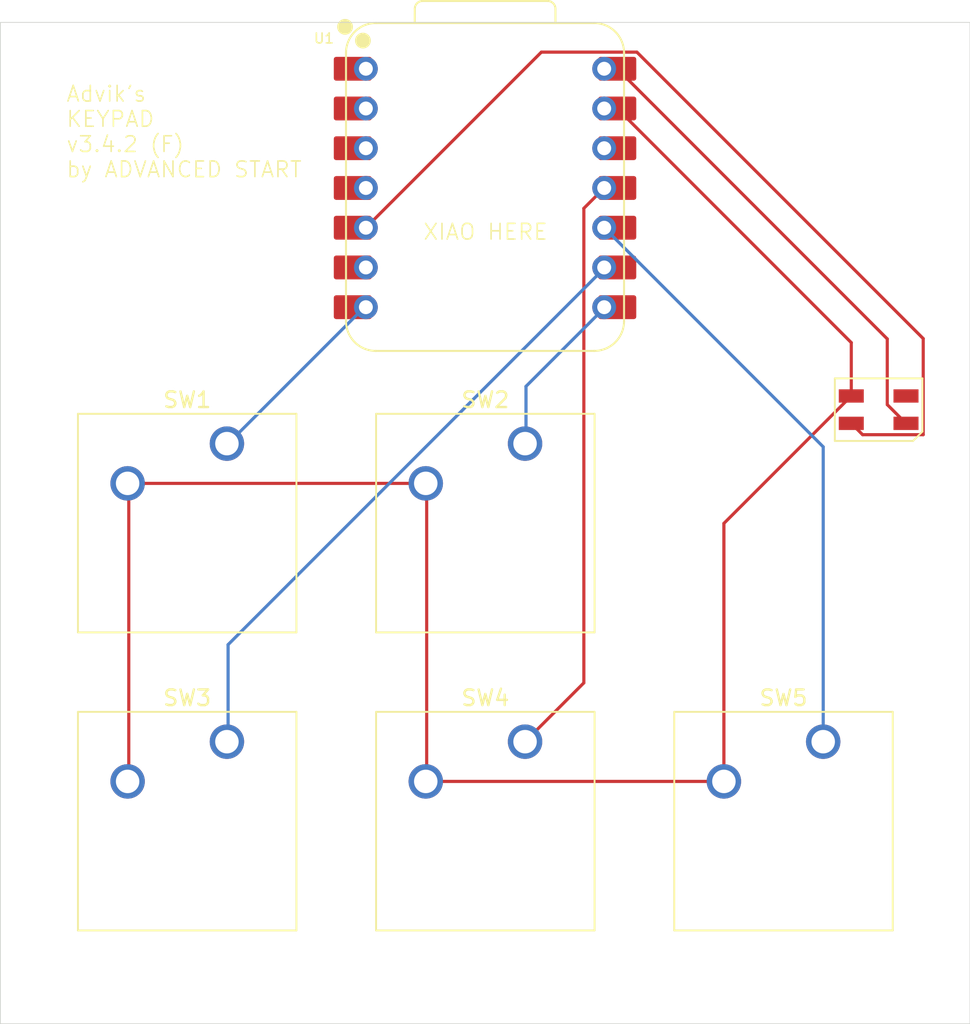
<source format=kicad_pcb>
(kicad_pcb (version 20241229) (generator "pcbnew") (generator_version "9.0")
  (layers (0 "F.Cu" signal) (2 "B.Cu" signal) (13 "F.Paste" user) (15 "B.Paste" user) (5 "F.SilkS" user "F.Silkscreen") (7 "B.SilkS" user "B.Silkscreen") (1 "F.Mask" user) (3 "B.Mask" user) (25 "Edge.Cuts" user))
  (net 0 "")
  (net 1 "GND")
  (net 2 "+5V")
  (net 4 "Net-(D1-DIN)")
  (net 5 "Net-(U1-GPIO0{slash}TX)")
  (net 6 "Net-(U1-GPIO1{slash}RX)")
  (net 7 "Net-(U1-GPIO2{slash}SCK)")
  (net 8 "Net-(U1-GPIO3{slash}MOSI)")
  (net 9 "Net-(U1-GPIO4{slash}MISO)")
  (footprint "OPL_Kicad_Library-master:XIAO-RP2040-DIP" (layer "F.Cu") (at 147.88 64.78)
    (property "Reference" "U1" (at -10.3 -9.56 0) (layer "F.SilkS") (effects (font (size 0.635 0.635) (thickness 0.1016))))
    (property "Value" "XIAO-RP2040-DIP")
    (fp_line (start -8.89 8.509) (end -8.89 -8.636) (stroke (width 0.127)) (layer "F.SilkS"))
    (fp_line (start -6.985 10.414) (end 6.985 10.414) (stroke (width 0.127)) (layer "F.SilkS"))
    (fp_line (start -4.495 -10.541) (end -4.491272 -11.451272) (stroke (width 0.127)) (layer "F.SilkS"))
    (fp_line (start -3.991272 -11.951) (end 4.004 -11.951) (stroke (width 0.127)) (layer "F.SilkS"))
    (fp_line (start 4.504 -11.451) (end 4.504 -10.541) (stroke (width 0.127)) (layer "F.SilkS"))
    (fp_line (start 6.985 -10.541) (end -6.985 -10.541) (stroke (width 0.1)) (layer "F.SilkS"))
    (fp_line (start 6.985 -10.541) (end -6.985 -10.541) (stroke (width 0.127)) (layer "F.SilkS"))
    (fp_line (start 8.89 8.509) (end 8.89 -8.636) (stroke (width 0.127)) (layer "F.SilkS"))
    (fp_arc (start -8.89 -8.636) (mid -8.332038 -9.983038) (end -6.985 -10.541) (stroke (width 0.127)) (layer "F.SilkS"))
    (fp_arc (start -6.985 10.414) (mid -8.332038 9.856038) (end -8.89 8.509) (stroke (width 0.127)) (layer "F.SilkS"))
    (fp_arc (start -4.491272 -11.451272) (mid -4.344728 -11.80464) (end -3.991272 -11.951) (stroke (width 0.127)) (layer "F.SilkS"))
    (fp_arc (start 4.004 -11.951) (mid 4.357553 -11.804553) (end 4.504 -11.451) (stroke (width 0.127)) (layer "F.SilkS"))
    (fp_arc (start 6.985 -10.541) (mid 8.332038 -9.983038) (end 8.89 -8.636) (stroke (width 0.127)) (layer "F.SilkS"))
    (fp_arc (start 8.89 8.509) (mid 8.332038 9.856038) (end 6.985 10.414) (stroke (width 0.127)) (layer "F.SilkS"))
    (fp_circle (center -8.95 -10.3) (end -8.95 -10.554) (stroke (width 0.5)) (fill yes) (layer "F.SilkS"))
    (fp_circle (center -7.807 -9.42) (end -7.807 -9.674) (stroke (width 0.5)) (fill yes) (layer "F.SilkS"))
    (pad "1" smd roundrect (at -8.455 -7.62 180) (size 2.432 1.524) (layers "F.Cu" "F.Mask") (roundrect_rratio 0.1))
    (pad "1" thru_hole circle (at -7.62 -7.62 180) (size 1.524 1.524) (drill 0.889) (layers "*.Cu" "*.Mask"))
    (pad "2" smd roundrect (at -8.455 -5.08 180) (size 2.432 1.524) (layers "F.Cu" "F.Mask") (roundrect_rratio 0.1))
    (pad "2" thru_hole circle (at -7.62 -5.08 180) (size 1.524 1.524) (drill 0.889) (layers "*.Cu" "*.Mask"))
    (pad "3" smd roundrect (at -8.455 -2.54 180) (size 2.432 1.524) (layers "F.Cu" "F.Mask") (roundrect_rratio 0.1))
    (pad "3" thru_hole circle (at -7.62 -2.54 180) (size 1.524 1.524) (drill 0.889) (layers "*.Cu" "*.Mask"))
    (pad "4" smd roundrect (at -8.455 0 180) (size 2.432 1.524) (layers "F.Cu" "F.Mask") (roundrect_rratio 0.1))
    (pad "4" thru_hole circle (at -7.62 0 180) (size 1.524 1.524) (drill 0.889) (layers "*.Cu" "*.Mask"))
    (pad "5" smd roundrect (at -8.455 2.54 180) (size 2.432 1.524) (layers "F.Cu" "F.Mask") (roundrect_rratio 0.1) (net 4 "Net-(D1-DIN)"))
    (pad "5" thru_hole circle (at -7.62 2.54 180) (size 1.524 1.524) (drill 0.889) (layers "*.Cu" "*.Mask") (net 4 "Net-(D1-DIN)"))
    (pad "6" smd roundrect (at -8.455 5.08 180) (size 2.432 1.524) (layers "F.Cu" "F.Mask") (roundrect_rratio 0.1))
    (pad "6" thru_hole circle (at -7.62 5.08 180) (size 1.524 1.524) (drill 0.889) (layers "*.Cu" "*.Mask"))
    (pad "7" smd roundrect (at -8.455 7.62 180) (size 2.432 1.524) (layers "F.Cu" "F.Mask") (roundrect_rratio 0.1) (net 5 "Net-(U1-GPIO0{slash}TX)"))
    (pad "7" thru_hole circle (at -7.62 7.62 180) (size 1.524 1.524) (drill 0.889) (layers "*.Cu" "*.Mask") (net 5 "Net-(U1-GPIO0{slash}TX)"))
    (pad "8" thru_hole circle (at 7.62 7.62) (size 1.524 1.524) (drill 0.889) (layers "*.Cu" "*.Mask") (net 6 "Net-(U1-GPIO1{slash}RX)"))
    (pad "8" smd roundrect (at 8.455 7.62) (size 2.432 1.524) (layers "F.Cu" "F.Mask") (roundrect_rratio 0.1) (net 6 "Net-(U1-GPIO1{slash}RX)"))
    (pad "9" thru_hole circle (at 7.62 5.08) (size 1.524 1.524) (drill 0.889) (layers "*.Cu" "*.Mask") (net 7 "Net-(U1-GPIO2{slash}SCK)"))
    (pad "9" smd roundrect (at 8.455 5.08) (size 2.432 1.524) (layers "F.Cu" "F.Mask") (roundrect_rratio 0.1) (net 7 "Net-(U1-GPIO2{slash}SCK)"))
    (pad "10" thru_hole circle (at 7.62 2.54) (size 1.524 1.524) (drill 0.889) (layers "*.Cu" "*.Mask") (net 9 "Net-(U1-GPIO4{slash}MISO)"))
    (pad "10" smd roundrect (at 8.455 2.54) (size 2.432 1.524) (layers "F.Cu" "F.Mask") (roundrect_rratio 0.1) (net 9 "Net-(U1-GPIO4{slash}MISO)"))
    (pad "11" thru_hole circle (at 7.62 0) (size 1.524 1.524) (drill 0.889) (layers "*.Cu" "*.Mask") (net 8 "Net-(U1-GPIO3{slash}MOSI)"))
    (pad "11" smd roundrect (at 8.455 0) (size 2.432 1.524) (layers "F.Cu" "F.Mask") (roundrect_rratio 0.1) (net 8 "Net-(U1-GPIO3{slash}MOSI)"))
    (pad "12" thru_hole circle (at 7.62 -2.54) (size 1.524 1.524) (drill 0.889) (layers "*.Cu" "*.Mask"))
    (pad "12" smd roundrect (at 8.455 -2.54) (size 2.432 1.524) (layers "F.Cu" "F.Mask") (roundrect_rratio 0.1))
    (pad "13" thru_hole circle (at 7.62 -5.08) (size 1.524 1.524) (drill 0.889) (layers "*.Cu" "*.Mask") (net 1 "GND"))
    (pad "13" smd roundrect (at 8.455 -5.08) (size 2.432 1.524) (layers "F.Cu" "F.Mask") (roundrect_rratio 0.1) (net 1 "GND"))
    (pad "14" thru_hole circle (at 7.62 -7.62) (size 1.524 1.524) (drill 0.889) (layers "*.Cu" "*.Mask") (net 2 "+5V"))
    (pad "14" smd roundrect (at 8.455 -7.62) (size 2.432 1.524) (layers "F.Cu" "F.Mask") (roundrect_rratio 0.1) (net 2 "+5V"))
  )
  (footprint "LED_SMD:LED_SK6812MINI_PLCC4_3.5x3.5mm_P1.75mm" (layer "F.Cu") (at 173.049 78.949)
    (property "Reference" "D1" (hide yes))
    (property "Value" "SK6812")
    (fp_line (start -2.8 -2) (end -2.8 2) (stroke (width 0.12)) (layer "F.SilkS"))
    (fp_line (start -2.8 -2) (end 2.8 -2) (stroke (width 0.12)) (layer "F.SilkS"))
    (fp_line (start -2.8 2) (end 2.2 2) (stroke (width 0.12)) (layer "F.SilkS"))
    (fp_line (start 2.8 1.4) (end 2.2 2) (stroke (width 0.12)) (layer "F.SilkS"))
    (fp_line (start 2.8 1.4) (end 2.8 -2) (stroke (width 0.12)) (layer "F.SilkS"))
    (pad "1" smd rect (at -1.75 -0.875) (size 1.6 0.85) (layers "F.Cu" "F.Mask" "F.Paste") (net 1 "GND"))
    (pad "2" smd rect (at -1.75 0.875) (size 1.6 0.85) (layers "F.Cu" "F.Mask" "F.Paste") (net 4 "Net-(D1-DIN)"))
    (pad "3" smd rect (at 1.75 0.875) (size 1.6 0.85) (layers "F.Cu" "F.Mask" "F.Paste") (net 2 "+5V"))
    (pad "4" smd rect (at 1.75 -0.875) (size 1.6 0.85) (layers "F.Cu" "F.Mask" "F.Paste"))
  )
  (footprint "Button_Switch_Keyboard:SW_Cherry_MX_1.00u_PCB" (layer "F.Cu") (at 150.44 81.12)
    (property "Reference" "SW2" (at -2.54 -2.794 0) (layer "F.SilkS"))
    (property "Value" "SW_Push")
    (fp_line (start -9.525 -1.905) (end 4.445 -1.905) (stroke (width 0.12)) (layer "F.SilkS"))
    (fp_line (start -9.525 12.065) (end -9.525 -1.905) (stroke (width 0.12)) (layer "F.SilkS"))
    (fp_line (start 4.445 -1.905) (end 4.445 12.065) (stroke (width 0.12)) (layer "F.SilkS"))
    (fp_line (start 4.445 12.065) (end -9.525 12.065) (stroke (width 0.12)) (layer "F.SilkS"))
    (pad "" np_thru_hole circle (at -7.62 5.08) (size 1.7 1.7) (drill 1.7) (layers "*.Cu" "*.Mask"))
    (pad "" np_thru_hole circle (at -2.54 5.08) (size 4 4) (drill 4) (layers "*.Cu" "*.Mask"))
    (pad "" np_thru_hole circle (at 2.54 5.08) (size 1.7 1.7) (drill 1.7) (layers "*.Cu" "*.Mask"))
    (pad "1" thru_hole circle (at 0 0) (size 2.2 2.2) (drill 1.5) (layers "*.Cu" "*.Mask") (net 6 "Net-(U1-GPIO1{slash}RX)"))
    (pad "2" thru_hole circle (at -6.35 2.54) (size 2.2 2.2) (drill 1.5) (layers "*.Cu" "*.Mask") (net 1 "GND"))
  )
  (footprint "Button_Switch_Keyboard:SW_Cherry_MX_1.00u_PCB" (layer "F.Cu") (at 150.44 100.17)
    (property "Reference" "SW4" (at -2.54 -2.794 0) (layer "F.SilkS"))
    (property "Value" "SW_Push")
    (fp_line (start -9.525 -1.905) (end 4.445 -1.905) (stroke (width 0.12)) (layer "F.SilkS"))
    (fp_line (start -9.525 12.065) (end -9.525 -1.905) (stroke (width 0.12)) (layer "F.SilkS"))
    (fp_line (start 4.445 -1.905) (end 4.445 12.065) (stroke (width 0.12)) (layer "F.SilkS"))
    (fp_line (start 4.445 12.065) (end -9.525 12.065) (stroke (width 0.12)) (layer "F.SilkS"))
    (pad "" np_thru_hole circle (at -7.62 5.08) (size 1.7 1.7) (drill 1.7) (layers "*.Cu" "*.Mask"))
    (pad "" np_thru_hole circle (at -2.54 5.08) (size 4 4) (drill 4) (layers "*.Cu" "*.Mask"))
    (pad "" np_thru_hole circle (at 2.54 5.08) (size 1.7 1.7) (drill 1.7) (layers "*.Cu" "*.Mask"))
    (pad "1" thru_hole circle (at 0 0) (size 2.2 2.2) (drill 1.5) (layers "*.Cu" "*.Mask") (net 8 "Net-(U1-GPIO3{slash}MOSI)"))
    (pad "2" thru_hole circle (at -6.35 2.54) (size 2.2 2.2) (drill 1.5) (layers "*.Cu" "*.Mask") (net 1 "GND"))
  )
  (footprint "Button_Switch_Keyboard:SW_Cherry_MX_1.00u_PCB" (layer "F.Cu") (at 169.505 100.17)
    (property "Reference" "SW5" (at -2.54 -2.794 0) (layer "F.SilkS"))
    (property "Value" "SW_Push")
    (fp_line (start -9.525 -1.905) (end 4.445 -1.905) (stroke (width 0.12)) (layer "F.SilkS"))
    (fp_line (start -9.525 12.065) (end -9.525 -1.905) (stroke (width 0.12)) (layer "F.SilkS"))
    (fp_line (start 4.445 -1.905) (end 4.445 12.065) (stroke (width 0.12)) (layer "F.SilkS"))
    (fp_line (start 4.445 12.065) (end -9.525 12.065) (stroke (width 0.12)) (layer "F.SilkS"))
    (pad "" np_thru_hole circle (at -7.62 5.08) (size 1.7 1.7) (drill 1.7) (layers "*.Cu" "*.Mask"))
    (pad "" np_thru_hole circle (at -2.54 5.08) (size 4 4) (drill 4) (layers "*.Cu" "*.Mask"))
    (pad "" np_thru_hole circle (at 2.54 5.08) (size 1.7 1.7) (drill 1.7) (layers "*.Cu" "*.Mask"))
    (pad "1" thru_hole circle (at 0 0) (size 2.2 2.2) (drill 1.5) (layers "*.Cu" "*.Mask") (net 9 "Net-(U1-GPIO4{slash}MISO)"))
    (pad "2" thru_hole circle (at -6.35 2.54) (size 2.2 2.2) (drill 1.5) (layers "*.Cu" "*.Mask") (net 1 "GND"))
  )
  (footprint "Button_Switch_Keyboard:SW_Cherry_MX_1.00u_PCB" (layer "F.Cu") (at 131.375 100.17)
    (property "Reference" "SW3" (at -2.54 -2.794 0) (layer "F.SilkS"))
    (property "Value" "SW_Push")
    (fp_line (start -9.525 -1.905) (end 4.445 -1.905) (stroke (width 0.12)) (layer "F.SilkS"))
    (fp_line (start -9.525 12.065) (end -9.525 -1.905) (stroke (width 0.12)) (layer "F.SilkS"))
    (fp_line (start 4.445 -1.905) (end 4.445 12.065) (stroke (width 0.12)) (layer "F.SilkS"))
    (fp_line (start 4.445 12.065) (end -9.525 12.065) (stroke (width 0.12)) (layer "F.SilkS"))
    (pad "" np_thru_hole circle (at -7.62 5.08) (size 1.7 1.7) (drill 1.7) (layers "*.Cu" "*.Mask"))
    (pad "" np_thru_hole circle (at -2.54 5.08) (size 4 4) (drill 4) (layers "*.Cu" "*.Mask"))
    (pad "" np_thru_hole circle (at 2.54 5.08) (size 1.7 1.7) (drill 1.7) (layers "*.Cu" "*.Mask"))
    (pad "1" thru_hole circle (at 0 0) (size 2.2 2.2) (drill 1.5) (layers "*.Cu" "*.Mask") (net 7 "Net-(U1-GPIO2{slash}SCK)"))
    (pad "2" thru_hole circle (at -6.35 2.54) (size 2.2 2.2) (drill 1.5) (layers "*.Cu" "*.Mask") (net 1 "GND"))
  )
  (footprint "Button_Switch_Keyboard:SW_Cherry_MX_1.00u_PCB" (layer "F.Cu") (at 131.375 81.12)
    (property "Reference" "SW1" (at -2.54 -2.794 0) (layer "F.SilkS"))
    (property "Value" "SW_Push")
    (fp_line (start -9.525 -1.905) (end 4.445 -1.905) (stroke (width 0.12)) (layer "F.SilkS"))
    (fp_line (start -9.525 12.065) (end -9.525 -1.905) (stroke (width 0.12)) (layer "F.SilkS"))
    (fp_line (start 4.445 -1.905) (end 4.445 12.065) (stroke (width 0.12)) (layer "F.SilkS"))
    (fp_line (start 4.445 12.065) (end -9.525 12.065) (stroke (width 0.12)) (layer "F.SilkS"))
    (pad "" np_thru_hole circle (at -7.62 5.08) (size 1.7 1.7) (drill 1.7) (layers "*.Cu" "*.Mask"))
    (pad "" np_thru_hole circle (at -2.54 5.08) (size 4 4) (drill 4) (layers "*.Cu" "*.Mask"))
    (pad "" np_thru_hole circle (at 2.54 5.08) (size 1.7 1.7) (drill 1.7) (layers "*.Cu" "*.Mask"))
    (pad "1" thru_hole circle (at 0 0) (size 2.2 2.2) (drill 1.5) (layers "*.Cu" "*.Mask") (net 5 "Net-(U1-GPIO0{slash}TX)"))
    (pad "2" thru_hole circle (at -6.35 2.54) (size 2.2 2.2) (drill 1.5) (layers "*.Cu" "*.Mask") (net 1 "GND"))
  )
  (gr_rect (start 116.889875 54.2) (end 178.890125 118.20025) (stroke (width 0.05)) (fill no) (layer "Edge.Cuts"))
  (gr_text "XIAO HERE" (at 143.87 68.17 0) (layer "F.SilkS") (effects (font (size 1 1) (thickness 0.1)) (justify left bottom)))
  (gr_text "Advik's \nKEYPAD\nv3.4.2 (F)\nby ADVANCED START" (at 121.05 64.18 0) (layer "F.SilkS") (effects (font (size 1 1) (thickness 0.1)) (justify left bottom)))
  (segment (start 163.155 102.71) (end 163.155 86.218) (width 0.2) (layer "F.Cu") (net 1))
  (segment (start 171.299 78.074) (end 171.299 74.664) (width 0.2) (layer "F.Cu") (net 1))
  (segment (start 171.299 74.664) (end 156.335 59.7) (width 0.2) (layer "F.Cu") (net 1))
  (segment (start 144.15 83.66) (end 144.15 102.71) (width 0.2) (layer "F.Cu") (net 1))
  (segment (start 125.1 83.66) (end 144.15 83.66) (width 0.2) (layer "F.Cu") (net 1))
  (segment (start 144.15 102.71) (end 163.2 102.71) (width 0.2) (layer "F.Cu") (net 1))
  (segment (start 125.1 102.71) (end 125.1 83.66) (width 0.2) (layer "F.Cu") (net 1))
  (segment (start 163.155 86.218) (end 171.299 78.074) (width 0.2) (layer "F.Cu") (net 1))
  (segment (start 156.57763 59.7) (end 155.5 59.7) (width 0.2) (layer "F.Cu") (net 1))
  (segment (start 163.38625 102.71) (end 163.41125 102.735) (width 0.2) (layer "B.Cu") (net 1))
  (segment (start 163.2 102.71) (end 163.38625 102.71) (width 0.2) (layer "B.Cu") (net 1))
  (segment (start 174.799 79.824) (end 173.6 78.625) (width 0.2) (layer "F.Cu") (net 2))
  (segment (start 173.6 78.625) (end 173.6 74.425) (width 0.2) (layer "F.Cu") (net 2))
  (segment (start 173.6 74.425) (end 156.335 57.16) (width 0.2) (layer "F.Cu") (net 2))
  (segment (start 151.483 56.097) (end 140.26 67.32) (width 0.2) (layer "F.Cu") (net 4))
  (segment (start 157.590626 56.097) (end 151.483 56.097) (width 0.2) (layer "F.Cu") (net 4))
  (segment (start 175.9 80.55) (end 175.9 74.406374) (width 0.2) (layer "F.Cu") (net 4))
  (segment (start 171.299 79.824) (end 172.025 80.55) (width 0.2) (layer "F.Cu") (net 4))
  (segment (start 175.9 74.406374) (end 157.590626 56.097) (width 0.2) (layer "F.Cu") (net 4))
  (segment (start 172.025 80.55) (end 175.9 80.55) (width 0.2) (layer "F.Cu") (net 4))
  (segment (start 131.45 81.12) (end 140.17 72.4) (width 0.2) (layer "B.Cu") (net 5))
  (segment (start 140.11 72.4) (end 140.26 72.4) (width 0.2) (layer "B.Cu") (net 5))
  (segment (start 150.5 77.46) (end 155.56 72.4) (width 0.2) (layer "B.Cu") (net 6))
  (segment (start 150.5 81.12) (end 150.5 77.46) (width 0.2) (layer "B.Cu") (net 6))
  (segment (start 131.45 100.17) (end 131.45 93.97) (width 0.2) (layer "B.Cu") (net 7))
  (segment (start 131.45 93.97) (end 155.56 69.86) (width 0.2) (layer "B.Cu") (net 7))
  (segment (start 154.2 66.08) (end 155.5 64.78) (width 0.2) (layer "F.Cu") (net 8))
  (segment (start 154.2 96.41) (end 154.2 66.08) (width 0.2) (layer "F.Cu") (net 8))
  (segment (start 150.44 100.17) (end 154.2 96.41) (width 0.2) (layer "F.Cu") (net 8))
  (segment (start 169.505 100.17) (end 169.505 81.325) (width 0.2) (layer "B.Cu") (net 9))
  (segment (start 169.505 81.325) (end 155.5 67.32) (width 0.2) (layer "B.Cu") (net 9))
)
</source>
